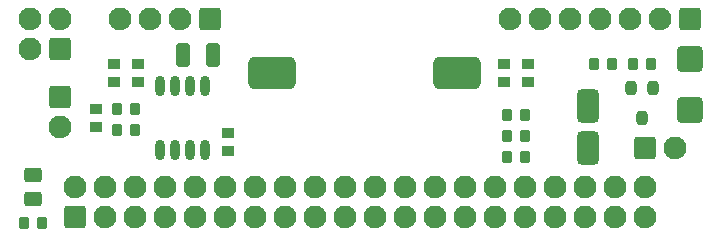
<source format=gts>
G04 Layer_Color=8388736*
%FSLAX25Y25*%
%MOIN*%
G70*
G01*
G75*
G04:AMPARAMS|DCode=34|XSize=33.59mil|YSize=41.47mil|CornerRadius=7.2mil|HoleSize=0mil|Usage=FLASHONLY|Rotation=180.000|XOffset=0mil|YOffset=0mil|HoleType=Round|Shape=RoundedRectangle|*
%AMROUNDEDRECTD34*
21,1,0.03359,0.02707,0,0,180.0*
21,1,0.01919,0.04147,0,0,180.0*
1,1,0.01440,-0.00960,0.01353*
1,1,0.01440,0.00960,0.01353*
1,1,0.01440,0.00960,-0.01353*
1,1,0.01440,-0.00960,-0.01353*
%
%ADD34ROUNDEDRECTD34*%
G04:AMPARAMS|DCode=35|XSize=47.37mil|YSize=59.18mil|CornerRadius=8.92mil|HoleSize=0mil|Usage=FLASHONLY|Rotation=270.000|XOffset=0mil|YOffset=0mil|HoleType=Round|Shape=RoundedRectangle|*
%AMROUNDEDRECTD35*
21,1,0.04737,0.04134,0,0,270.0*
21,1,0.02953,0.05918,0,0,270.0*
1,1,0.01784,-0.02067,-0.01476*
1,1,0.01784,-0.02067,0.01476*
1,1,0.01784,0.02067,0.01476*
1,1,0.01784,0.02067,-0.01476*
%
%ADD35ROUNDEDRECTD35*%
G04:AMPARAMS|DCode=36|XSize=33.59mil|YSize=41.47mil|CornerRadius=7.2mil|HoleSize=0mil|Usage=FLASHONLY|Rotation=270.000|XOffset=0mil|YOffset=0mil|HoleType=Round|Shape=RoundedRectangle|*
%AMROUNDEDRECTD36*
21,1,0.03359,0.02707,0,0,270.0*
21,1,0.01919,0.04147,0,0,270.0*
1,1,0.01440,-0.01353,-0.00960*
1,1,0.01440,-0.01353,0.00960*
1,1,0.01440,0.01353,0.00960*
1,1,0.01440,0.01353,-0.00960*
%
%ADD36ROUNDEDRECTD36*%
G04:AMPARAMS|DCode=37|XSize=47.37mil|YSize=78.87mil|CornerRadius=9.9mil|HoleSize=0mil|Usage=FLASHONLY|Rotation=180.000|XOffset=0mil|YOffset=0mil|HoleType=Round|Shape=RoundedRectangle|*
%AMROUNDEDRECTD37*
21,1,0.04737,0.05905,0,0,180.0*
21,1,0.02756,0.07887,0,0,180.0*
1,1,0.01981,-0.01378,0.02953*
1,1,0.01981,0.01378,0.02953*
1,1,0.01981,0.01378,-0.02953*
1,1,0.01981,-0.01378,-0.02953*
%
%ADD37ROUNDEDRECTD37*%
%ADD38O,0.03162X0.06902*%
G04:AMPARAMS|DCode=39|XSize=158mil|YSize=108mil|CornerRadius=19mil|HoleSize=0mil|Usage=FLASHONLY|Rotation=180.000|XOffset=0mil|YOffset=0mil|HoleType=Round|Shape=RoundedRectangle|*
%AMROUNDEDRECTD39*
21,1,0.15800,0.07000,0,0,180.0*
21,1,0.12000,0.10800,0,0,180.0*
1,1,0.03800,-0.06000,0.03500*
1,1,0.03800,0.06000,0.03500*
1,1,0.03800,0.06000,-0.03500*
1,1,0.03800,-0.06000,-0.03500*
%
%ADD39ROUNDEDRECTD39*%
G04:AMPARAMS|DCode=40|XSize=70.99mil|YSize=110.36mil|CornerRadius=11.87mil|HoleSize=0mil|Usage=FLASHONLY|Rotation=0.000|XOffset=0mil|YOffset=0mil|HoleType=Round|Shape=RoundedRectangle|*
%AMROUNDEDRECTD40*
21,1,0.07099,0.08661,0,0,0.0*
21,1,0.04724,0.11036,0,0,0.0*
1,1,0.02375,0.02362,-0.04331*
1,1,0.02375,-0.02362,-0.04331*
1,1,0.02375,-0.02362,0.04331*
1,1,0.02375,0.02362,0.04331*
%
%ADD40ROUNDEDRECTD40*%
G04:AMPARAMS|DCode=41|XSize=86.74mil|YSize=86.74mil|CornerRadius=15.81mil|HoleSize=0mil|Usage=FLASHONLY|Rotation=270.000|XOffset=0mil|YOffset=0mil|HoleType=Round|Shape=RoundedRectangle|*
%AMROUNDEDRECTD41*
21,1,0.08674,0.05512,0,0,270.0*
21,1,0.05512,0.08674,0,0,270.0*
1,1,0.03162,-0.02756,-0.02756*
1,1,0.03162,-0.02756,0.02756*
1,1,0.03162,0.02756,0.02756*
1,1,0.03162,0.02756,-0.02756*
%
%ADD41ROUNDEDRECTD41*%
G04:AMPARAMS|DCode=42|XSize=39.5mil|YSize=46.19mil|CornerRadius=11.87mil|HoleSize=0mil|Usage=FLASHONLY|Rotation=0.000|XOffset=0mil|YOffset=0mil|HoleType=Round|Shape=RoundedRectangle|*
%AMROUNDEDRECTD42*
21,1,0.03950,0.02244,0,0,0.0*
21,1,0.01575,0.04619,0,0,0.0*
1,1,0.02375,0.00787,-0.01122*
1,1,0.02375,-0.00787,-0.01122*
1,1,0.02375,-0.00787,0.01122*
1,1,0.02375,0.00787,0.01122*
%
%ADD42ROUNDEDRECTD42*%
%ADD43C,0.07600*%
G04:AMPARAMS|DCode=44|XSize=76mil|YSize=76mil|CornerRadius=14.2mil|HoleSize=0mil|Usage=FLASHONLY|Rotation=270.000|XOffset=0mil|YOffset=0mil|HoleType=Round|Shape=RoundedRectangle|*
%AMROUNDEDRECTD44*
21,1,0.07600,0.04760,0,0,270.0*
21,1,0.04760,0.07600,0,0,270.0*
1,1,0.02840,-0.02380,-0.02380*
1,1,0.02840,-0.02380,0.02380*
1,1,0.02840,0.02380,0.02380*
1,1,0.02840,0.02380,-0.02380*
%
%ADD44ROUNDEDRECTD44*%
G04:AMPARAMS|DCode=45|XSize=76mil|YSize=76mil|CornerRadius=14.2mil|HoleSize=0mil|Usage=FLASHONLY|Rotation=180.000|XOffset=0mil|YOffset=0mil|HoleType=Round|Shape=RoundedRectangle|*
%AMROUNDEDRECTD45*
21,1,0.07600,0.04760,0,0,180.0*
21,1,0.04760,0.07600,0,0,180.0*
1,1,0.02840,-0.02380,0.02380*
1,1,0.02840,0.02380,0.02380*
1,1,0.02840,0.02380,-0.02380*
1,1,0.02840,-0.02380,-0.02380*
%
%ADD45ROUNDEDRECTD45*%
D34*
X11953Y7000D02*
D03*
X6047D02*
D03*
X172953Y43000D02*
D03*
X167047D02*
D03*
X172953Y36000D02*
D03*
X167047D02*
D03*
X172953Y29000D02*
D03*
X167047D02*
D03*
X42953Y38000D02*
D03*
X37047D02*
D03*
X42953Y45000D02*
D03*
X37047D02*
D03*
X201953Y60000D02*
D03*
X196047D02*
D03*
X209047D02*
D03*
X214953D02*
D03*
D35*
X9000Y15063D02*
D03*
Y22937D02*
D03*
D36*
X166000Y59953D02*
D03*
Y54047D02*
D03*
X174000Y59953D02*
D03*
Y54047D02*
D03*
X30000Y39047D02*
D03*
Y44953D02*
D03*
X74000Y31047D02*
D03*
Y36953D02*
D03*
X44000Y54047D02*
D03*
Y59953D02*
D03*
X36000Y54047D02*
D03*
Y59953D02*
D03*
D37*
X68921Y63000D02*
D03*
X59079D02*
D03*
D38*
X66500Y52630D02*
D03*
X61500D02*
D03*
X56500D02*
D03*
X51500D02*
D03*
X66500Y31370D02*
D03*
X61500D02*
D03*
X56500D02*
D03*
X51500D02*
D03*
D39*
X88749Y56999D02*
D03*
X150249D02*
D03*
D40*
X194000Y46087D02*
D03*
Y31913D02*
D03*
D41*
X228000Y61500D02*
D03*
Y44500D02*
D03*
D42*
X215740Y52118D02*
D03*
X208260D02*
D03*
X212000Y41882D02*
D03*
D43*
X223000Y32000D02*
D03*
X18000Y39000D02*
D03*
X168000Y75000D02*
D03*
X178000D02*
D03*
X188000D02*
D03*
X218000D02*
D03*
X208000D02*
D03*
X198000D02*
D03*
X58000D02*
D03*
X48000D02*
D03*
X38000D02*
D03*
X8000Y65000D02*
D03*
X18000Y75000D02*
D03*
X8000D02*
D03*
X33000Y9000D02*
D03*
X43000D02*
D03*
X53000D02*
D03*
X63000D02*
D03*
X73000D02*
D03*
X83000D02*
D03*
X93000D02*
D03*
X103000D02*
D03*
X113000D02*
D03*
X123000D02*
D03*
X133000D02*
D03*
X143000D02*
D03*
X153000D02*
D03*
X163000D02*
D03*
X173000D02*
D03*
X183000D02*
D03*
X193000D02*
D03*
X203000D02*
D03*
X213000D02*
D03*
X23000Y19000D02*
D03*
X33000D02*
D03*
X43000D02*
D03*
X53000D02*
D03*
X63000D02*
D03*
X73000D02*
D03*
X83000D02*
D03*
X93000D02*
D03*
X103000D02*
D03*
X113000D02*
D03*
X123000D02*
D03*
X133000D02*
D03*
X143000D02*
D03*
X153000D02*
D03*
X163000D02*
D03*
X173000D02*
D03*
X183000D02*
D03*
X193000D02*
D03*
X203000D02*
D03*
X213000D02*
D03*
D44*
Y32000D02*
D03*
X228000Y75000D02*
D03*
X68000D02*
D03*
X18000Y65000D02*
D03*
D45*
Y49000D02*
D03*
X23000Y9000D02*
D03*
M02*

</source>
